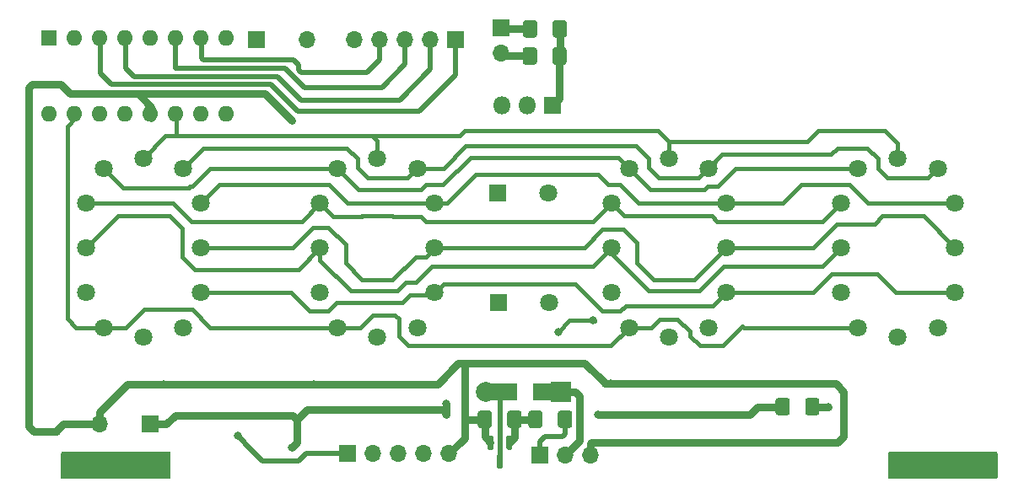
<source format=gbr>
G04 #@! TF.GenerationSoftware,KiCad,Pcbnew,(6.0.0)*
G04 #@! TF.CreationDate,2022-12-26T17:37:19+03:00*
G04 #@! TF.ProjectId,nixie display,6e697869-6520-4646-9973-706c61792e6b,rev?*
G04 #@! TF.SameCoordinates,Original*
G04 #@! TF.FileFunction,Copper,L1,Top*
G04 #@! TF.FilePolarity,Positive*
%FSLAX46Y46*%
G04 Gerber Fmt 4.6, Leading zero omitted, Abs format (unit mm)*
G04 Created by KiCad (PCBNEW (6.0.0)) date 2022-12-26 17:37:19*
%MOMM*%
%LPD*%
G01*
G04 APERTURE LIST*
G04 #@! TA.AperFunction,ComponentPad*
%ADD10C,1.800000*%
G04 #@! TD*
G04 #@! TA.AperFunction,SMDPad,CuDef*
%ADD11R,3.500000X1.800000*%
G04 #@! TD*
G04 #@! TA.AperFunction,ComponentPad*
%ADD12R,1.800000X1.800000*%
G04 #@! TD*
G04 #@! TA.AperFunction,ComponentPad*
%ADD13R,2.000000X2.000000*%
G04 #@! TD*
G04 #@! TA.AperFunction,ComponentPad*
%ADD14C,2.000000*%
G04 #@! TD*
G04 #@! TA.AperFunction,ComponentPad*
%ADD15R,1.700000X1.700000*%
G04 #@! TD*
G04 #@! TA.AperFunction,ComponentPad*
%ADD16O,1.700000X1.700000*%
G04 #@! TD*
G04 #@! TA.AperFunction,ComponentPad*
%ADD17O,1.800000X1.800000*%
G04 #@! TD*
G04 #@! TA.AperFunction,ComponentPad*
%ADD18R,1.600000X1.600000*%
G04 #@! TD*
G04 #@! TA.AperFunction,ComponentPad*
%ADD19O,1.600000X1.600000*%
G04 #@! TD*
G04 #@! TA.AperFunction,ViaPad*
%ADD20C,0.800000*%
G04 #@! TD*
G04 #@! TA.AperFunction,Conductor*
%ADD21C,0.500000*%
G04 #@! TD*
G04 #@! TA.AperFunction,Conductor*
%ADD22C,0.800000*%
G04 #@! TD*
G04 #@! TA.AperFunction,Conductor*
%ADD23C,0.400000*%
G04 #@! TD*
G04 APERTURE END LIST*
D10*
X126250000Y-84500000D03*
X128000000Y-81000000D03*
X128000000Y-76500000D03*
X128000000Y-72000000D03*
X126250000Y-68500000D03*
X122250000Y-67500000D03*
X118250000Y-68500000D03*
X116500000Y-72000000D03*
X116500000Y-76500000D03*
X116500000Y-81000000D03*
X118250000Y-84500000D03*
X122250000Y-85500000D03*
X149750000Y-84500000D03*
X151500000Y-81000000D03*
X151500000Y-76500000D03*
X151500000Y-72000000D03*
X149750000Y-68500000D03*
X145750000Y-67500000D03*
X141750000Y-68500000D03*
X140000000Y-72000000D03*
X140000000Y-76500000D03*
X140000000Y-81000000D03*
X141750000Y-84500000D03*
X145750000Y-85500000D03*
X179000000Y-84500000D03*
X180750000Y-81000000D03*
X180750000Y-76500000D03*
X180750000Y-72000000D03*
X179000000Y-68500000D03*
X175000000Y-67500000D03*
X171000000Y-68500000D03*
X169250000Y-72000000D03*
X169250000Y-76500000D03*
X169250000Y-81000000D03*
X171000000Y-84500000D03*
X175000000Y-85500000D03*
X202000000Y-84500000D03*
X203750000Y-81000000D03*
X203750000Y-76500000D03*
X203750000Y-72000000D03*
X202000000Y-68500000D03*
X198000000Y-67500000D03*
X194000000Y-68500000D03*
X192250000Y-72000000D03*
X192250000Y-76500000D03*
X192250000Y-81000000D03*
X194000000Y-84500000D03*
X198000000Y-85500000D03*
D11*
X163050000Y-90990000D03*
X158050000Y-90990000D03*
D12*
X157850000Y-71000000D03*
D10*
X162930000Y-71000000D03*
D12*
X157900000Y-82000000D03*
D10*
X162980000Y-82000000D03*
G04 #@! TA.AperFunction,SMDPad,CuDef*
G36*
G01*
X158854000Y-95337000D02*
X159154000Y-95337000D01*
G75*
G02*
X159304000Y-95487000I0J-150000D01*
G01*
X159304000Y-96662000D01*
G75*
G02*
X159154000Y-96812000I-150000J0D01*
G01*
X158854000Y-96812000D01*
G75*
G02*
X158704000Y-96662000I0J150000D01*
G01*
X158704000Y-95487000D01*
G75*
G02*
X158854000Y-95337000I150000J0D01*
G01*
G37*
G04 #@! TD.AperFunction*
G04 #@! TA.AperFunction,SMDPad,CuDef*
G36*
G01*
X156954000Y-95337000D02*
X157254000Y-95337000D01*
G75*
G02*
X157404000Y-95487000I0J-150000D01*
G01*
X157404000Y-96662000D01*
G75*
G02*
X157254000Y-96812000I-150000J0D01*
G01*
X156954000Y-96812000D01*
G75*
G02*
X156804000Y-96662000I0J150000D01*
G01*
X156804000Y-95487000D01*
G75*
G02*
X156954000Y-95337000I150000J0D01*
G01*
G37*
G04 #@! TD.AperFunction*
G04 #@! TA.AperFunction,SMDPad,CuDef*
G36*
G01*
X157904000Y-97212000D02*
X158204000Y-97212000D01*
G75*
G02*
X158354000Y-97362000I0J-150000D01*
G01*
X158354000Y-98537000D01*
G75*
G02*
X158204000Y-98687000I-150000J0D01*
G01*
X157904000Y-98687000D01*
G75*
G02*
X157754000Y-98537000I0J150000D01*
G01*
X157754000Y-97362000D01*
G75*
G02*
X157904000Y-97212000I150000J0D01*
G01*
G37*
G04 #@! TD.AperFunction*
G04 #@! TA.AperFunction,SMDPad,CuDef*
G36*
G01*
X160372500Y-55124999D02*
X160372500Y-53875001D01*
G75*
G02*
X160622501Y-53625000I250001J0D01*
G01*
X161547499Y-53625000D01*
G75*
G02*
X161797500Y-53875001I0J-250001D01*
G01*
X161797500Y-55124999D01*
G75*
G02*
X161547499Y-55375000I-250001J0D01*
G01*
X160622501Y-55375000D01*
G75*
G02*
X160372500Y-55124999I0J250001D01*
G01*
G37*
G04 #@! TD.AperFunction*
G04 #@! TA.AperFunction,SMDPad,CuDef*
G36*
G01*
X163347500Y-55124999D02*
X163347500Y-53875001D01*
G75*
G02*
X163597501Y-53625000I250001J0D01*
G01*
X164522499Y-53625000D01*
G75*
G02*
X164772500Y-53875001I0J-250001D01*
G01*
X164772500Y-55124999D01*
G75*
G02*
X164522499Y-55375000I-250001J0D01*
G01*
X163597501Y-55375000D01*
G75*
G02*
X163347500Y-55124999I0J250001D01*
G01*
G37*
G04 #@! TD.AperFunction*
G04 #@! TA.AperFunction,SMDPad,CuDef*
G36*
G01*
X160350000Y-57854999D02*
X160350000Y-56605001D01*
G75*
G02*
X160600001Y-56355000I250001J0D01*
G01*
X161524999Y-56355000D01*
G75*
G02*
X161775000Y-56605001I0J-250001D01*
G01*
X161775000Y-57854999D01*
G75*
G02*
X161524999Y-58105000I-250001J0D01*
G01*
X160600001Y-58105000D01*
G75*
G02*
X160350000Y-57854999I0J250001D01*
G01*
G37*
G04 #@! TD.AperFunction*
G04 #@! TA.AperFunction,SMDPad,CuDef*
G36*
G01*
X163325000Y-57854999D02*
X163325000Y-56605001D01*
G75*
G02*
X163575001Y-56355000I250001J0D01*
G01*
X164499999Y-56355000D01*
G75*
G02*
X164750000Y-56605001I0J-250001D01*
G01*
X164750000Y-57854999D01*
G75*
G02*
X164499999Y-58105000I-250001J0D01*
G01*
X163575001Y-58105000D01*
G75*
G02*
X163325000Y-57854999I0J250001D01*
G01*
G37*
G04 #@! TD.AperFunction*
G04 #@! TA.AperFunction,SMDPad,CuDef*
G36*
G01*
X165304500Y-93101001D02*
X165304500Y-94350999D01*
G75*
G02*
X165054499Y-94601000I-250001J0D01*
G01*
X164129501Y-94601000D01*
G75*
G02*
X163879500Y-94350999I0J250001D01*
G01*
X163879500Y-93101001D01*
G75*
G02*
X164129501Y-92851000I250001J0D01*
G01*
X165054499Y-92851000D01*
G75*
G02*
X165304500Y-93101001I0J-250001D01*
G01*
G37*
G04 #@! TD.AperFunction*
G04 #@! TA.AperFunction,SMDPad,CuDef*
G36*
G01*
X162329500Y-93101001D02*
X162329500Y-94350999D01*
G75*
G02*
X162079499Y-94601000I-250001J0D01*
G01*
X161154501Y-94601000D01*
G75*
G02*
X160904500Y-94350999I0J250001D01*
G01*
X160904500Y-93101001D01*
G75*
G02*
X161154501Y-92851000I250001J0D01*
G01*
X162079499Y-92851000D01*
G75*
G02*
X162329500Y-93101001I0J-250001D01*
G01*
G37*
G04 #@! TD.AperFunction*
G04 #@! TA.AperFunction,SMDPad,CuDef*
G36*
G01*
X155824500Y-94350999D02*
X155824500Y-93101001D01*
G75*
G02*
X156074501Y-92851000I250001J0D01*
G01*
X156999499Y-92851000D01*
G75*
G02*
X157249500Y-93101001I0J-250001D01*
G01*
X157249500Y-94350999D01*
G75*
G02*
X156999499Y-94601000I-250001J0D01*
G01*
X156074501Y-94601000D01*
G75*
G02*
X155824500Y-94350999I0J250001D01*
G01*
G37*
G04 #@! TD.AperFunction*
G04 #@! TA.AperFunction,SMDPad,CuDef*
G36*
G01*
X158799500Y-94350999D02*
X158799500Y-93101001D01*
G75*
G02*
X159049501Y-92851000I250001J0D01*
G01*
X159974499Y-92851000D01*
G75*
G02*
X160224500Y-93101001I0J-250001D01*
G01*
X160224500Y-94350999D01*
G75*
G02*
X159974499Y-94601000I-250001J0D01*
G01*
X159049501Y-94601000D01*
G75*
G02*
X158799500Y-94350999I0J250001D01*
G01*
G37*
G04 #@! TD.AperFunction*
G04 #@! TA.AperFunction,SMDPad,CuDef*
G36*
G01*
X190123500Y-91831001D02*
X190123500Y-93080999D01*
G75*
G02*
X189873499Y-93331000I-250001J0D01*
G01*
X188948501Y-93331000D01*
G75*
G02*
X188698500Y-93080999I0J250001D01*
G01*
X188698500Y-91831001D01*
G75*
G02*
X188948501Y-91581000I250001J0D01*
G01*
X189873499Y-91581000D01*
G75*
G02*
X190123500Y-91831001I0J-250001D01*
G01*
G37*
G04 #@! TD.AperFunction*
G04 #@! TA.AperFunction,SMDPad,CuDef*
G36*
G01*
X187148500Y-91831001D02*
X187148500Y-93080999D01*
G75*
G02*
X186898499Y-93331000I-250001J0D01*
G01*
X185973501Y-93331000D01*
G75*
G02*
X185723500Y-93080999I0J250001D01*
G01*
X185723500Y-91831001D01*
G75*
G02*
X185973501Y-91581000I250001J0D01*
G01*
X186898499Y-91581000D01*
G75*
G02*
X187148500Y-91831001I0J-250001D01*
G01*
G37*
G04 #@! TD.AperFunction*
D13*
X164220000Y-90990000D03*
D14*
X156620000Y-90990000D03*
D15*
X133590000Y-55610000D03*
D16*
X138670000Y-55610000D03*
D12*
X163320000Y-62190000D03*
D17*
X160780000Y-62190000D03*
X158240000Y-62190000D03*
D15*
X142800000Y-97150000D03*
D16*
X145340000Y-97150000D03*
X147880000Y-97150000D03*
X150420000Y-97150000D03*
X152960000Y-97150000D03*
D15*
X153630000Y-55600000D03*
D16*
X151090000Y-55600000D03*
X148550000Y-55600000D03*
X146010000Y-55600000D03*
X143470000Y-55600000D03*
D15*
X158200000Y-54420000D03*
D16*
X158200000Y-56960000D03*
D15*
X122920000Y-94180000D03*
D16*
X117840000Y-94180000D03*
D15*
X162040000Y-97340000D03*
D16*
X164580000Y-97340000D03*
X167120000Y-97340000D03*
D18*
X112750000Y-55440000D03*
D19*
X115290000Y-55440000D03*
X117830000Y-55440000D03*
X120370000Y-55440000D03*
X122910000Y-55440000D03*
X125450000Y-55440000D03*
X127990000Y-55440000D03*
X130530000Y-55440000D03*
X130530000Y-63060000D03*
X127990000Y-63060000D03*
X125450000Y-63060000D03*
X122910000Y-63060000D03*
X120370000Y-63060000D03*
X117830000Y-63060000D03*
X115290000Y-63060000D03*
X112750000Y-63060000D03*
D20*
X139390000Y-90170000D03*
X191830000Y-90210000D03*
X124260000Y-90170000D03*
X137150000Y-63700000D03*
X169164000Y-90100000D03*
X167386404Y-83783596D03*
X163900000Y-84950000D03*
X131730000Y-95360000D03*
X191008000Y-92456000D03*
X167894000Y-93218000D03*
X137160000Y-96520000D03*
X152630000Y-92130000D03*
X152630000Y-93280000D03*
D21*
X158050000Y-90990000D02*
X158050000Y-95117998D01*
X158050000Y-95117998D02*
X158054000Y-95121998D01*
X158054000Y-95121998D02*
X158054000Y-97062000D01*
X158054000Y-97062000D02*
X158054000Y-98012000D01*
D22*
X114250000Y-94180000D02*
X117840000Y-94180000D01*
X168570000Y-90100000D02*
X191720000Y-90100000D01*
X121721390Y-61020020D02*
X134470020Y-61020020D01*
X191830000Y-90210000D02*
X192558001Y-90938001D01*
X156537000Y-95445000D02*
X156537000Y-93726000D01*
X113480000Y-94950000D02*
X114250000Y-94180000D01*
X161062500Y-57230000D02*
X158470000Y-57230000D01*
X123694315Y-90170000D02*
X124260000Y-90170000D01*
X154568000Y-93726000D02*
X154500000Y-93658000D01*
X156537000Y-93726000D02*
X154568000Y-93726000D01*
X113480000Y-94950000D02*
X111230000Y-94950000D01*
X110725010Y-94445010D02*
X110725010Y-60404990D01*
X123030000Y-62328630D02*
X123030000Y-63460000D01*
X191720000Y-90100000D02*
X191830000Y-90210000D01*
X117840000Y-92977919D02*
X120647919Y-90170000D01*
X154500000Y-88090000D02*
X166590000Y-88090000D01*
X153870000Y-88090000D02*
X154500000Y-88090000D01*
X113510000Y-94980000D02*
X113480000Y-94950000D01*
X114890020Y-61020020D02*
X121721390Y-61020020D01*
X134470020Y-61020020D02*
X137150000Y-63700000D01*
X154500000Y-93658000D02*
X154500000Y-95610000D01*
X124260000Y-90170000D02*
X139390000Y-90170000D01*
X110725010Y-60404990D02*
X111060000Y-60070000D01*
X191910000Y-96070000D02*
X167187919Y-96070000D01*
X157104000Y-96012000D02*
X156537000Y-95445000D01*
X117840000Y-94180000D02*
X117840000Y-92977919D01*
X166590000Y-88090000D02*
X168570000Y-90070000D01*
X168570000Y-90070000D02*
X168570000Y-90100000D01*
X120647919Y-90170000D02*
X123694315Y-90170000D01*
X158470000Y-57230000D02*
X158200000Y-56960000D01*
X154500000Y-95610000D02*
X152960000Y-97150000D01*
X111230000Y-94950000D02*
X110725010Y-94445010D01*
X124210000Y-90220000D02*
X124260000Y-90170000D01*
X121721390Y-61020020D02*
X123030000Y-62328630D01*
X167187919Y-96070000D02*
X167120000Y-96137919D01*
X151790000Y-90170000D02*
X153870000Y-88090000D01*
X154500000Y-88090000D02*
X154500000Y-93658000D01*
X192558001Y-90938001D02*
X192558001Y-95421999D01*
X111060000Y-60070000D02*
X113940000Y-60070000D01*
X167120000Y-96137919D02*
X167120000Y-97340000D01*
X113940000Y-60070000D02*
X114890020Y-61020020D01*
X139390000Y-90170000D02*
X151790000Y-90170000D01*
X192558001Y-95421999D02*
X191910000Y-96070000D01*
X166004510Y-95915490D02*
X165429999Y-96490001D01*
X163050000Y-90990000D02*
X165600000Y-90990000D01*
X166004510Y-91394510D02*
X166004510Y-95915490D01*
X165429999Y-96490001D02*
X164580000Y-97340000D01*
X165600000Y-90990000D02*
X166004510Y-91394510D01*
D23*
X186470000Y-72000000D02*
X188320001Y-70149999D01*
X167879999Y-69149999D02*
X168879999Y-70149999D01*
X151500000Y-72000000D02*
X152772792Y-72000000D01*
X128000000Y-72000000D02*
X129850001Y-70149999D01*
X142738002Y-72000000D02*
X151500000Y-72000000D01*
X152772792Y-72000000D02*
X155622793Y-69149999D01*
X194988002Y-72000000D02*
X203750000Y-72000000D01*
X188320001Y-70149999D02*
X193138001Y-70149999D01*
X170138001Y-70149999D02*
X171988002Y-72000000D01*
X180750000Y-72000000D02*
X186470000Y-72000000D01*
X171988002Y-72000000D02*
X180750000Y-72000000D01*
X168879999Y-70149999D02*
X170138001Y-70149999D01*
X193138001Y-70149999D02*
X194988002Y-72000000D01*
X140888001Y-70149999D02*
X142738002Y-72000000D01*
X155622793Y-69149999D02*
X167879999Y-69149999D01*
X129850001Y-70149999D02*
X140888001Y-70149999D01*
X171799999Y-78036001D02*
X173463999Y-79700001D01*
X189511998Y-76500000D02*
X191881998Y-74130000D01*
X144213999Y-79700001D02*
X147286001Y-79700001D01*
X149586003Y-77399999D02*
X150600001Y-77399999D01*
X200549999Y-73299999D02*
X203750000Y-76500000D01*
X166511998Y-76500000D02*
X168361999Y-74649999D01*
X147286001Y-79700001D02*
X149586003Y-77399999D01*
X196463999Y-73299999D02*
X200549999Y-73299999D01*
X142549999Y-78036001D02*
X144213999Y-79700001D01*
X139300009Y-74461989D02*
X140835630Y-74461989D01*
X180750000Y-76500000D02*
X189511998Y-76500000D01*
X170429999Y-74649999D02*
X171799999Y-76019999D01*
X128000000Y-76500000D02*
X137261998Y-76500000D01*
X168361999Y-74649999D02*
X170429999Y-74649999D01*
X150600001Y-77399999D02*
X151500000Y-76500000D01*
X191881998Y-74130000D02*
X195633998Y-74130000D01*
X151500000Y-76500000D02*
X166511998Y-76500000D01*
X177549999Y-79700001D02*
X180750000Y-76500000D01*
X195633998Y-74130000D02*
X196463999Y-73299999D01*
X137261998Y-76500000D02*
X139300009Y-74461989D01*
X140835630Y-74461989D02*
X142549999Y-76176358D01*
X171799999Y-76019999D02*
X171799999Y-78036001D01*
X142549999Y-76176358D02*
X142549999Y-78036001D01*
X173463999Y-79700001D02*
X177549999Y-79700001D01*
X148642374Y-79969989D02*
X149643651Y-79969989D01*
X127441998Y-78680000D02*
X137820000Y-78680000D01*
X116500000Y-76500000D02*
X119700001Y-73299999D01*
X149643651Y-79969989D02*
X151263639Y-78350001D01*
X119700001Y-73299999D02*
X124935639Y-73299999D01*
X140000000Y-77772792D02*
X143077220Y-80850012D01*
X169250000Y-76500000D02*
X169250000Y-77112359D01*
X126149999Y-74514359D02*
X126149999Y-77388001D01*
X137820000Y-78680000D02*
X140000000Y-76500000D01*
X172987650Y-80850011D02*
X178026347Y-80850011D01*
X190399999Y-78350001D02*
X192250000Y-76500000D01*
X178026347Y-80850011D02*
X180526357Y-78350001D01*
X169250000Y-77112359D02*
X172987650Y-80850011D01*
X147762351Y-80850012D02*
X148642374Y-79969989D01*
X126149999Y-77388001D02*
X127441998Y-78680000D01*
X180526357Y-78350001D02*
X190399999Y-78350001D01*
X140000000Y-76500000D02*
X140000000Y-77772792D01*
X151263639Y-78350001D02*
X167399999Y-78350001D01*
X124935639Y-73299999D02*
X126149999Y-74514359D01*
X143077220Y-80850012D02*
X147762351Y-80850012D01*
X167399999Y-78350001D02*
X169250000Y-76500000D01*
X141340000Y-73340000D02*
X144173998Y-73340000D01*
X125261998Y-72000000D02*
X127111999Y-73850001D01*
X116500000Y-72000000D02*
X125261998Y-72000000D01*
X138149999Y-73850001D02*
X140000000Y-72000000D01*
X169250000Y-72000000D02*
X170549999Y-73299999D01*
X147326002Y-73340000D02*
X150101998Y-73340000D01*
X144213999Y-73299999D02*
X147286001Y-73299999D01*
X140000000Y-72000000D02*
X141340000Y-73340000D01*
X179311997Y-73299999D02*
X179861999Y-73850001D01*
X167399999Y-73850001D02*
X169250000Y-72000000D01*
X170549999Y-73299999D02*
X179311997Y-73299999D01*
X150611999Y-73850001D02*
X167399999Y-73850001D01*
X147286001Y-73299999D02*
X147326002Y-73340000D01*
X144173998Y-73340000D02*
X144213999Y-73299999D01*
X190399999Y-73850001D02*
X192250000Y-72000000D01*
X150101998Y-73340000D02*
X150611999Y-73850001D01*
X179861999Y-73850001D02*
X190399999Y-73850001D01*
X127111999Y-73850001D02*
X138149999Y-73850001D01*
X167540000Y-83800000D02*
X165050000Y-83800000D01*
X165050000Y-83800000D02*
X163900000Y-84950000D01*
X167560000Y-83820000D02*
X167540000Y-83800000D01*
X180750000Y-81000000D02*
X189511998Y-81000000D01*
X151260000Y-81240000D02*
X151500000Y-81000000D01*
X168361999Y-82850001D02*
X170138001Y-82850001D01*
X148238701Y-82000023D02*
X148998723Y-81240000D01*
X143261297Y-82000021D02*
X143261299Y-82000023D01*
X152399999Y-80100001D02*
X165611999Y-80100001D01*
X170668002Y-82320000D02*
X179430000Y-82320000D01*
X170138001Y-82850001D02*
X170668002Y-82320000D01*
X197763998Y-81000000D02*
X203750000Y-81000000D01*
X143261299Y-82000023D02*
X148238701Y-82000023D01*
X165611999Y-80100001D02*
X168361999Y-82850001D01*
X195913997Y-79149999D02*
X197763998Y-81000000D01*
X138976360Y-82850001D02*
X140779999Y-82850001D01*
X140779999Y-82850001D02*
X141629979Y-82000021D01*
X141629979Y-82000021D02*
X143261297Y-82000021D01*
X128000000Y-81000000D02*
X137126359Y-81000000D01*
X137126359Y-81000000D02*
X138976360Y-82850001D01*
X148998723Y-81240000D02*
X151260000Y-81240000D01*
X189511998Y-81000000D02*
X191361999Y-79149999D01*
X191361999Y-79149999D02*
X195913997Y-79149999D01*
X179430000Y-82320000D02*
X180750000Y-81000000D01*
X151500000Y-81000000D02*
X152399999Y-80100001D01*
X191925000Y-66475000D02*
X194935002Y-66475000D01*
X200999999Y-69500001D02*
X202000000Y-68500000D01*
X171719991Y-66259989D02*
X172999999Y-67539997D01*
X179000000Y-68500000D02*
X180390000Y-67110000D01*
X174039999Y-69500001D02*
X177999999Y-69500001D01*
X149750000Y-68500000D02*
X152373639Y-68500000D01*
X172999999Y-68460001D02*
X174039999Y-69500001D01*
X172999999Y-67539997D02*
X172999999Y-68460001D01*
X196000001Y-67539999D02*
X196000001Y-68525001D01*
X196975001Y-69500001D02*
X200999999Y-69500001D01*
X194935002Y-66475000D02*
X196000001Y-67539999D01*
X152373639Y-68500000D02*
X154613650Y-66259989D01*
X128260000Y-66490000D02*
X140780000Y-66490000D01*
X144789999Y-69500001D02*
X148749999Y-69500001D01*
X140789999Y-66499999D02*
X142710001Y-66499999D01*
X142710001Y-66499999D02*
X143749999Y-67539997D01*
X148749999Y-69500001D02*
X149750000Y-68500000D01*
X180390000Y-67110000D02*
X191290000Y-67110000D01*
X196000001Y-68525001D02*
X196975001Y-69500001D01*
X154613650Y-66259989D02*
X171719991Y-66259989D01*
X143749999Y-67539997D02*
X143749999Y-68460001D01*
X126250000Y-68500000D02*
X128260000Y-66490000D01*
X177999999Y-69500001D02*
X179000000Y-68500000D01*
X191290000Y-67110000D02*
X191925000Y-66475000D01*
X143749999Y-68460001D02*
X144789999Y-69500001D01*
X140780000Y-66490000D02*
X140789999Y-66499999D01*
X150611999Y-70149999D02*
X152350001Y-70149999D01*
X128978002Y-68510000D02*
X141740000Y-68510000D01*
X120200001Y-70450001D02*
X126811997Y-70450001D01*
X181668002Y-68570000D02*
X193930000Y-68570000D01*
X141750000Y-68500000D02*
X143900011Y-70650011D01*
X193930000Y-68570000D02*
X194000000Y-68500000D01*
X118250000Y-68500000D02*
X120200001Y-70450001D01*
X178599989Y-70650011D02*
X178899999Y-70350001D01*
X178899999Y-70350001D02*
X179888001Y-70350001D01*
X152350001Y-70149999D02*
X155090000Y-67410000D01*
X169910000Y-67410000D02*
X171000000Y-68500000D01*
X127138001Y-70350001D02*
X128978002Y-68510000D01*
X141740000Y-68510000D02*
X141750000Y-68500000D01*
X179888001Y-70350001D02*
X181668002Y-68570000D01*
X150111987Y-70650011D02*
X150611999Y-70149999D01*
X143900011Y-70650011D02*
X150111987Y-70650011D01*
X126811997Y-70450001D02*
X126911997Y-70350001D01*
X126911997Y-70350001D02*
X127138001Y-70350001D01*
X155090000Y-67410000D02*
X169910000Y-67410000D01*
X173150011Y-70650011D02*
X178599989Y-70650011D01*
X171000000Y-68500000D02*
X173150011Y-70650011D01*
X182510000Y-84500000D02*
X194000000Y-84500000D01*
X145271998Y-83240000D02*
X147528000Y-83240000D01*
X180439999Y-86350001D02*
X182400000Y-84390000D01*
X150688002Y-86300000D02*
X169200000Y-86300000D01*
X141750000Y-84500000D02*
X144011998Y-84500000D01*
X147899999Y-83611999D02*
X147899999Y-85388001D01*
X114610001Y-83580001D02*
X115530000Y-84500000D01*
X147899999Y-85388001D02*
X148861999Y-86350001D01*
X174111999Y-83649999D02*
X175888001Y-83649999D01*
X118250000Y-84500000D02*
X120511998Y-84500000D01*
X144011998Y-84500000D02*
X145271998Y-83240000D01*
X122361999Y-82649999D02*
X127138001Y-82649999D01*
X150638001Y-86350001D02*
X150688002Y-86300000D01*
X115530000Y-84500000D02*
X116977208Y-84500000D01*
X127138001Y-82649999D02*
X128988002Y-84500000D01*
X177149999Y-85388001D02*
X178111999Y-86350001D01*
X128988002Y-84500000D02*
X141750000Y-84500000D01*
X115410000Y-63460000D02*
X114610001Y-64259999D01*
X147528000Y-83240000D02*
X147899999Y-83611999D01*
X114610001Y-64259999D02*
X114610001Y-83580001D01*
X116977208Y-84500000D02*
X118250000Y-84500000D01*
X178111999Y-86350001D02*
X180439999Y-86350001D01*
X169200000Y-86300000D02*
X171000000Y-84500000D01*
X148861999Y-86350001D02*
X150638001Y-86350001D01*
X177149999Y-84911997D02*
X177149999Y-85388001D01*
X182400000Y-84390000D02*
X182510000Y-84500000D01*
X175888001Y-83649999D02*
X177149999Y-84911997D01*
X173261998Y-84500000D02*
X174111999Y-83649999D01*
X171000000Y-84500000D02*
X173261998Y-84500000D01*
X120511998Y-84500000D02*
X122361999Y-82649999D01*
X145700000Y-67450000D02*
X145750000Y-67500000D01*
X125470000Y-65250000D02*
X125800000Y-65250000D01*
X154022278Y-65225000D02*
X154497278Y-64750000D01*
X175000000Y-65800000D02*
X175000000Y-67500000D01*
X188875000Y-65800000D02*
X189975000Y-64700000D01*
X175000000Y-65800000D02*
X188875000Y-65800000D01*
X138900000Y-65225000D02*
X145175000Y-65225000D01*
X145175000Y-65225000D02*
X145700000Y-65750000D01*
X138875000Y-65250000D02*
X138900000Y-65225000D01*
X173950000Y-64750000D02*
X175000000Y-65800000D01*
X145175000Y-65225000D02*
X154022278Y-65225000D01*
X122250000Y-67500000D02*
X124500000Y-65250000D01*
X198000000Y-66025000D02*
X198000000Y-67500000D01*
X189975000Y-64700000D02*
X196675000Y-64700000D01*
X154497278Y-64750000D02*
X173950000Y-64750000D01*
X145700000Y-65750000D02*
X145700000Y-67450000D01*
X124500000Y-65250000D02*
X125800000Y-65250000D01*
X125800000Y-65250000D02*
X138875000Y-65250000D01*
X196675000Y-64700000D02*
X198000000Y-66025000D01*
X125570000Y-65150000D02*
X125470000Y-65250000D01*
X125570000Y-63460000D02*
X125570000Y-65150000D01*
D21*
X137832001Y-97920001D02*
X134210001Y-97920001D01*
X138602002Y-97150000D02*
X137832001Y-97920001D01*
X142800000Y-97150000D02*
X138602002Y-97150000D01*
X132390000Y-96100000D02*
X132390000Y-96020000D01*
X134210001Y-97920001D02*
X132390000Y-96100000D01*
X132390000Y-96020000D02*
X131730000Y-95360000D01*
X137750000Y-62790000D02*
X135030010Y-60070010D01*
X119070010Y-60070010D02*
X117950000Y-58950000D01*
X117950000Y-58950000D02*
X117950000Y-55840000D01*
X135030010Y-60070010D02*
X119070010Y-60070010D01*
X153630000Y-59100000D02*
X149940000Y-62790000D01*
X149940000Y-62790000D02*
X137750000Y-62790000D01*
X153630000Y-55600000D02*
X153630000Y-59100000D01*
X121300000Y-59270000D02*
X135690000Y-59270000D01*
X120490000Y-55840000D02*
X120490000Y-58460000D01*
X120490000Y-58460000D02*
X121300000Y-59270000D01*
X151090000Y-58580000D02*
X151090000Y-55600000D01*
X138120000Y-61700000D02*
X147970000Y-61700000D01*
X147970000Y-61700000D02*
X151090000Y-58580000D01*
X135690000Y-59270000D02*
X138120000Y-61700000D01*
X125500000Y-55910000D02*
X125570000Y-55840000D01*
X148550000Y-58070000D02*
X148550000Y-55600000D01*
X125500000Y-58450010D02*
X125500000Y-55910000D01*
X146230000Y-60390000D02*
X148550000Y-58070000D01*
X138420000Y-60390000D02*
X136480010Y-58450010D01*
X138420000Y-60390000D02*
X146230000Y-60390000D01*
X136480010Y-58450010D02*
X125500000Y-58450010D01*
X162564000Y-95420000D02*
X164360000Y-95420000D01*
X162052000Y-95932000D02*
X162564000Y-95420000D01*
X162052000Y-97282000D02*
X162052000Y-95932000D01*
X164360000Y-95420000D02*
X164592000Y-95188000D01*
X164592000Y-95188000D02*
X164592000Y-93726000D01*
D22*
X164037500Y-57230000D02*
X164037500Y-61472500D01*
X164037500Y-61472500D02*
X163320000Y-62190000D01*
X164060000Y-54500000D02*
X164060000Y-57207500D01*
X164060000Y-57207500D02*
X164037500Y-57230000D01*
X159512000Y-93726000D02*
X161617000Y-93726000D01*
X159512000Y-93726000D02*
X159512000Y-95504000D01*
X159512000Y-95504000D02*
X159004000Y-96012000D01*
X189411000Y-92456000D02*
X191008000Y-92456000D01*
X138664000Y-92730000D02*
X137668000Y-93726000D01*
X125450000Y-93300000D02*
X137242000Y-93300000D01*
X183896000Y-92456000D02*
X186436000Y-92456000D01*
X167894000Y-93218000D02*
X183134000Y-93218000D01*
X122920000Y-94180000D02*
X124570000Y-94180000D01*
X152595685Y-92730000D02*
X138664000Y-92730000D01*
X124570000Y-94180000D02*
X125450000Y-93300000D01*
X152630000Y-92695685D02*
X152595685Y-92730000D01*
X137668000Y-93726000D02*
X137668000Y-96012000D01*
X137668000Y-96012000D02*
X137160000Y-96520000D01*
X137242000Y-93300000D02*
X137668000Y-93726000D01*
X152630000Y-92130000D02*
X152630000Y-93280000D01*
X183134000Y-93218000D02*
X183896000Y-92456000D01*
X152630000Y-92130000D02*
X152630000Y-92695685D01*
X158280000Y-54500000D02*
X158200000Y-54420000D01*
X161085000Y-54500000D02*
X158280000Y-54500000D01*
D21*
X137810000Y-58615685D02*
X138104315Y-58910000D01*
X144690000Y-58910000D02*
X146010000Y-57590000D01*
X146010000Y-57590000D02*
X146010000Y-55600000D01*
X128320000Y-57650000D02*
X137380000Y-57650000D01*
X138104315Y-58910000D02*
X144690000Y-58910000D01*
X128110000Y-55840000D02*
X128110000Y-57440000D01*
X128110000Y-57440000D02*
X128320000Y-57650000D01*
X137380000Y-57650000D02*
X137810000Y-58080000D01*
X137810000Y-58080000D02*
X137810000Y-58615685D01*
G04 #@! TA.AperFunction,NonConductor*
G36*
X124942121Y-97020002D02*
G01*
X124988614Y-97073658D01*
X125000000Y-97126000D01*
X125000000Y-99574000D01*
X124979998Y-99642121D01*
X124926342Y-99688614D01*
X124874000Y-99700000D01*
X114126000Y-99700000D01*
X114057879Y-99679998D01*
X114011386Y-99626342D01*
X114000000Y-99574000D01*
X114000000Y-97126000D01*
X114020002Y-97057879D01*
X114073658Y-97011386D01*
X114126000Y-97000000D01*
X124874000Y-97000000D01*
X124942121Y-97020002D01*
G37*
G04 #@! TD.AperFunction*
G04 #@! TA.AperFunction,NonConductor*
G36*
X207942121Y-97020002D02*
G01*
X207988614Y-97073658D01*
X208000000Y-97126000D01*
X208000000Y-99574000D01*
X207979998Y-99642121D01*
X207926342Y-99688614D01*
X207874000Y-99700000D01*
X197126000Y-99700000D01*
X197057879Y-99679998D01*
X197011386Y-99626342D01*
X197000000Y-99574000D01*
X197000000Y-97126000D01*
X197020002Y-97057879D01*
X197073658Y-97011386D01*
X197126000Y-97000000D01*
X207874000Y-97000000D01*
X207942121Y-97020002D01*
G37*
G04 #@! TD.AperFunction*
M02*

</source>
